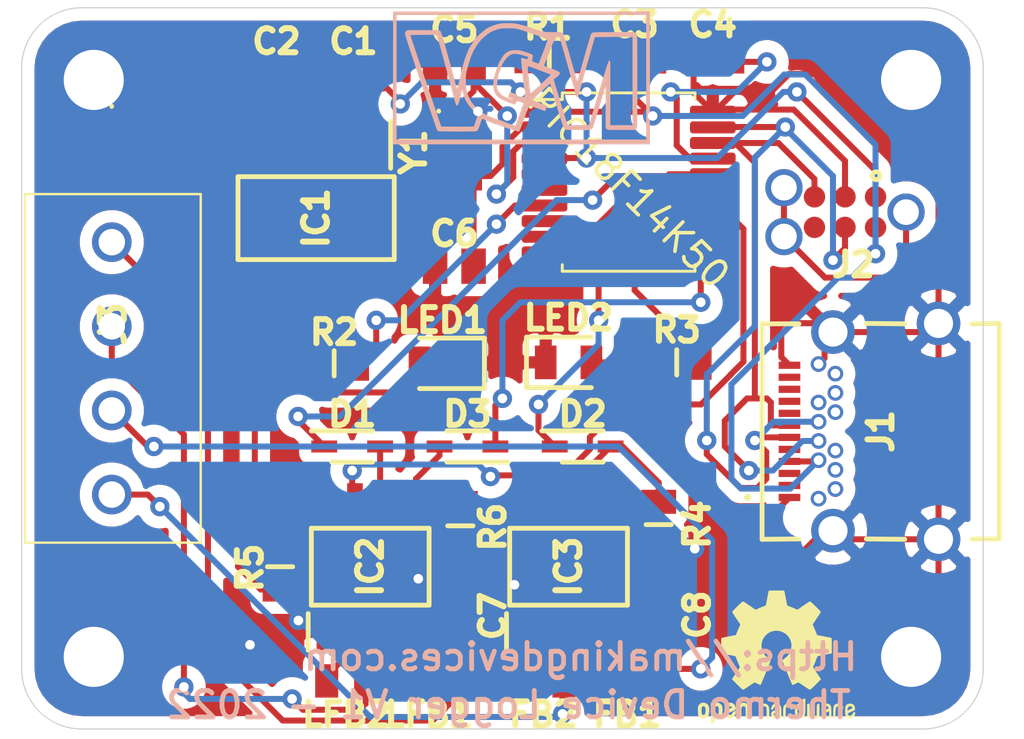
<source format=kicad_pcb>
(kicad_pcb (version 20171130) (host pcbnew "(5.1.12-1-g0a0a2da680)-1")
  (layers (0 F.Cu signal) (31 B.Cu signal) (34 B.Paste user) (35 F.Paste user) (36 B.SilkS user) (37 F.SilkS user) (38 B.Mask user) (39 F.Mask user) (44 Edge.Cuts user))
  (net 0 "")
  (net 1 GND)
  (net 2 +5V)
  (net 3 /3.3V)
  (net 4 "Net-(C4-Pad2)")
  (net 5 /Cyrstal1)
  (net 6 /Crystal2)
  (net 7 "Net-(D1-Pad2)")
  (net 8 /CS_1)
  (net 9 "Net-(D2-Pad2)")
  (net 10 /CS_2)
  (net 11 "Net-(D3-Pad2)")
  (net 12 /SCK)
  (net 13 "Net-(FB1-Pad2)")
  (net 14 "/ThermoCouple Modules/T+tcm2")
  (net 15 "Net-(FB2-Pad2)")
  (net 16 "/ThermoCouple Modules/T-tcm2")
  (net 17 "Net-(IC2-Pad8)")
  (net 18 /MISO)
  (net 19 "Net-(IC2-Pad3)")
  (net 20 "Net-(IC2-Pad2)")
  (net 21 "Net-(IC3-Pad8)")
  (net 22 "Net-(J1-PadB12)")
  (net 23 "Net-(J1-PadB11)")
  (net 24 "Net-(J1-PadB10)")
  (net 25 "Net-(J1-PadB8)")
  (net 26 /PGC)
  (net 27 /PGD)
  (net 28 "Net-(J1-PadB5)")
  (net 29 "Net-(J1-PadB4)")
  (net 30 "Net-(J1-PadB3)")
  (net 31 "Net-(J1-PadB2)")
  (net 32 "Net-(J1-PadA11)")
  (net 33 "Net-(J1-PadA10)")
  (net 34 "Net-(J1-PadA9)")
  (net 35 "Net-(J1-PadA8)")
  (net 36 "Net-(J1-PadA5)")
  (net 37 "Net-(J1-PadA3)")
  (net 38 "Net-(J1-PadA2)")
  (net 39 "Net-(J2-Pad6)")
  (net 40 /MCLR)
  (net 41 "/ThermoCouple Modules/T-tcm1")
  (net 42 "/ThermoCouple Modules/T+tcm1")
  (net 43 "Net-(LED1-Pad2)")
  (net 44 "Net-(LED2-Pad2)")
  (net 45 "Net-(R2-Pad1)")
  (net 46 "Net-(R3-Pad1)")
  (net 47 "Net-(U1-Pad12)")
  (net 48 "Net-(U1-Pad10)")
  (net 49 "Net-(U1-Pad9)")
  (net 50 "Net-(U1-Pad8)")
  (net 51 "Net-(U1-Pad6)")
  (net 52 "Net-(U1-Pad5)")
  (module Symbol:OSHW-Logo2_7.3x6mm_SilkScreen (layer F.Cu) (at 116.4 79.5)
    (fp_text reference REF** hide)
    (fp_text value OSHW-Logo2_7.3x6mm_SilkScreen hide)
  )
  (module MDV:logo_MDV_3 (layer B.Cu) (at 105.8 55.4 180)
    (fp_text reference G*** hide)
    (fp_text value LOGO hide)
  )
  (module Library_Loader:CX2520DB12000D0GPSC1 (layer F.Cu) (at 103 58.65 270)
    (fp_text reference Y1 (at -0.15 1.7 90) (layer F.SilkS) (effects (font (thickness 0.254))))
    (fp_text value 12Mhz hide)
    (pad 4 smd rect (at -0.85 -0.65) (size 1 1.2) (layers F.Cu F.Paste F.Mask) (net 1 GND))
    (pad 3 smd rect (at 0.85 -0.65) (size 1 1.2) (layers F.Cu F.Paste F.Mask) (net 6 /Crystal2))
    (pad 2 smd rect (at 0.85 0.65) (size 1 1.2) (layers F.Cu F.Paste F.Mask) (net 1 GND))
    (pad 1 smd rect (at -0.85 0.65) (size 1 1.2) (layers F.Cu F.Paste F.Mask) (net 5 /Cyrstal1))
  )
  (module Library_Loader:RESC2012X75N (layer F.Cu) (at 103.25 74.05 90)
    (fp_text reference R6 (at -0.05 1.35 90) (layer F.SilkS) (effects (font (thickness 0.254))))
    (fp_text value 10k hide)
    (pad 2 smd rect (at 0.95 0 90) (size 1 1.45) (layers F.Cu F.Paste F.Mask) (net 11 "Net-(D3-Pad2)"))
    (pad 1 smd rect (at -0.95 0 90) (size 1 1.45) (layers F.Cu F.Paste F.Mask) (net 3 /3.3V))
  )
  (module Library_Loader:RESC2012X75N (layer F.Cu) (at 95.75 75.75 90)
    (fp_text reference R5 (at -0.05 -1.25 90) (layer F.SilkS) (effects (font (thickness 0.254))))
    (fp_text value 10k hide)
    (pad 2 smd rect (at 0.95 0 90) (size 1 1.45) (layers F.Cu F.Paste F.Mask) (net 7 "Net-(D1-Pad2)"))
    (pad 1 smd rect (at -0.95 0 90) (size 1 1.45) (layers F.Cu F.Paste F.Mask) (net 3 /3.3V))
  )
  (module Library_Loader:RESC2012X75N (layer F.Cu) (at 111.5 74 90)
    (fp_text reference R4 (at 0 1.6 90) (layer F.SilkS) (effects (font (thickness 0.254))))
    (fp_text value 10k hide)
    (pad 2 smd rect (at 0.95 0 90) (size 1 1.45) (layers F.Cu F.Paste F.Mask) (net 9 "Net-(D2-Pad2)"))
    (pad 1 smd rect (at -0.95 0 90) (size 1 1.45) (layers F.Cu F.Paste F.Mask) (net 3 /3.3V))
  )
  (module Library_Loader:RESC2012X75N (layer F.Cu) (at 112.25 67.25 180)
    (fp_text reference R3 (at 0 1.35) (layer F.SilkS) (effects (font (thickness 0.254))))
    (fp_text value 220 hide)
    (pad 2 smd rect (at 0.95 0 180) (size 1 1.45) (layers F.Cu F.Paste F.Mask) (net 44 "Net-(LED2-Pad2)"))
    (pad 1 smd rect (at -0.95 0 180) (size 1 1.45) (layers F.Cu F.Paste F.Mask) (net 46 "Net-(R3-Pad1)"))
  )
  (module Library_Loader:RESC2012X75N (layer F.Cu) (at 98 67.29 180)
    (fp_text reference R2 (at 0 1.29) (layer F.SilkS) (effects (font (thickness 0.254))))
    (fp_text value 220 hide)
    (pad 2 smd rect (at 0.95 0 180) (size 1 1.45) (layers F.Cu F.Paste F.Mask) (net 43 "Net-(LED1-Pad2)"))
    (pad 1 smd rect (at -0.95 0 180) (size 1 1.45) (layers F.Cu F.Paste F.Mask) (net 45 "Net-(R2-Pad1)"))
  )
  (module Library_Loader:RESC2012X75N (layer F.Cu) (at 106.95 54.5 180)
    (fp_text reference R1 (at 0.05 1.2) (layer F.SilkS) (effects (font (thickness 0.254))))
    (fp_text value 10k hide)
    (pad 2 smd rect (at 0.95 0 180) (size 1 1.45) (layers F.Cu F.Paste F.Mask) (net 40 /MCLR))
    (pad 1 smd rect (at -0.95 0 180) (size 1 1.45) (layers F.Cu F.Paste F.Mask) (net 2 +5V))
  )
  (module Library_Loader:CAPC2012X90N (layer F.Cu) (at 98.5 80.5 180)
    (fp_text reference LFB2 (at 0 -1.4) (layer F.SilkS) (effects (font (thickness 0.254))))
    (fp_text value Ferrite hide)
    (pad 2 smd rect (at 0.81 0 180) (size 0.96 1.39) (layers F.Cu F.Paste F.Mask) (net 20 "Net-(IC2-Pad2)"))
    (pad 1 smd rect (at -0.81 0 180) (size 0.96 1.39) (layers F.Cu F.Paste F.Mask) (net 41 "/ThermoCouple Modules/T-tcm1"))
  )
  (module Library_Loader:CAPC2012X90N (layer F.Cu) (at 101.94 80.5 180)
    (fp_text reference LFB1 (at 0 -1.4) (layer F.SilkS) (effects (font (thickness 0.254))))
    (fp_text value Ferrite hide)
    (pad 2 smd rect (at 0.81 0 180) (size 0.96 1.39) (layers F.Cu F.Paste F.Mask) (net 19 "Net-(IC2-Pad3)"))
    (pad 1 smd rect (at -0.81 0 180) (size 0.96 1.39) (layers F.Cu F.Paste F.Mask) (net 42 "/ThermoCouple Modules/T+tcm1"))
  )
  (module Library_Loader:LEDC2012X90N (layer F.Cu) (at 107.75 67.25)
    (fp_text reference LED2 (at 0 -1.85) (layer F.SilkS) (effects (font (thickness 0.254))))
    (fp_text value Green hide)
    (pad 2 smd rect (at 0.95 0) (size 0.9 1.4) (layers F.Cu F.Paste F.Mask) (net 44 "Net-(LED2-Pad2)"))
    (pad 1 smd rect (at -0.95 0) (size 0.9 1.4) (layers F.Cu F.Paste F.Mask) (net 1 GND))
  )
  (module Library_Loader:LEDC2012X90N (layer F.Cu) (at 102.5 67.29 180)
    (fp_text reference LED1 (at 0 1.79) (layer F.SilkS) (effects (font (thickness 0.254))))
    (fp_text value Green hide)
    (pad 2 smd rect (at 0.95 0 180) (size 0.9 1.4) (layers F.Cu F.Paste F.Mask) (net 43 "Net-(LED1-Pad2)"))
    (pad 1 smd rect (at -0.95 0 180) (size 0.9 1.4) (layers F.Cu F.Paste F.Mask) (net 1 GND))
  )
  (module Library_Loader:1751264 (layer F.Cu) (at 88.75 62.25 270)
    (fp_text reference J3 (at 3.4 -0.05 90) (layer F.SilkS) (effects (font (thickness 0.254))))
    (fp_text value 4-terminal hide)
    (pad 4 thru_hole circle (at 10.5 0 270) (size 1.65 1.65) (drill 1.1) (layers *.Cu *.Mask) (net 16 "/ThermoCouple Modules/T-tcm2"))
    (pad 3 thru_hole circle (at 7 0 270) (size 1.65 1.65) (drill 1.1) (layers *.Cu *.Mask) (net 14 "/ThermoCouple Modules/T+tcm2"))
    (pad 2 thru_hole circle (at 3.5 0 270) (size 1.65 1.65) (drill 1.1) (layers *.Cu *.Mask) (net 41 "/ThermoCouple Modules/T-tcm1"))
    (pad 1 thru_hole circle (at 0 0 270) (size 1.65 1.65) (drill 1.1) (layers *.Cu *.Mask) (net 42 "/ThermoCouple Modules/T+tcm1"))
  )
  (module Library_Loader:TC2030-MCP-NL (layer F.Cu) (at 119.25 61 180)
    (fp_text reference J2 (at -0.343 -2.183) (layer F.SilkS) (effects (font (thickness 0.254))))
    (fp_text value TC2030-MCP-NL hide)
    (pad 9 thru_hole circle (at 2.54 1.016 180) (size 1.55 1.55) (drill 1.0668) (layers *.Cu *.Mask))
    (pad 8 thru_hole circle (at 2.54 -1.016 180) (size 1.55 1.55) (drill 1.0668) (layers *.Cu *.Mask))
    (pad 7 thru_hole circle (at -2.54 0 180) (size 1.55 1.55) (drill 1.0668) (layers *.Cu *.Mask))
    (pad 6 smd circle (at 1.27 -0.635 270) (size 0.889 0.889) (layers F.Cu F.Paste F.Mask) (net 39 "Net-(J2-Pad6)"))
    (pad 5 smd circle (at 1.27 0.635 270) (size 0.889 0.889) (layers F.Cu F.Paste F.Mask) (net 26 /PGC))
    (pad 4 smd circle (at 0 -0.635 270) (size 0.889 0.889) (layers F.Cu F.Paste F.Mask) (net 27 /PGD))
    (pad 3 smd circle (at 0 0.635 270) (size 0.889 0.889) (layers F.Cu F.Paste F.Mask) (net 1 GND))
    (pad 2 smd circle (at -1.27 -0.635 270) (size 0.889 0.889) (layers F.Cu F.Paste F.Mask) (net 2 +5V))
    (pad 1 smd circle (at -1.27 0.635 270) (size 0.889 0.889) (layers F.Cu F.Paste F.Mask) (net 40 /MCLR))
  )
  (module Library_Loader:2171830001 (layer F.Cu) (at 120.735 70.12 90)
    (fp_text reference J1 (at 0 0 90) (layer F.SilkS) (effects (font (thickness 0.254))))
    (fp_text value "Type - C" hide)
    (pad MH6 np_thru_hole circle (at -3.6 -3.235 90) (size 0.65 0) (drill 0.65) (layers *.Cu *.Mask))
    (pad MH5 np_thru_hole circle (at 3.6 -3.235 90) (size 1.15 0) (drill 1.15) (layers *.Cu *.Mask))
    (pad MH4 thru_hole circle (at 4.13 -1.985 90) (size 1.815 1.815) (drill 1.21) (layers *.Cu *.Mask) (net 1 GND))
    (pad MH3 thru_hole circle (at 4.49 2.405 90) (size 1.815 1.815) (drill 1.21) (layers *.Cu *.Mask) (net 1 GND))
    (pad MH2 thru_hole circle (at -4.49 2.405 90) (size 1.815 1.815) (drill 1.21) (layers *.Cu *.Mask) (net 1 GND))
    (pad MH1 thru_hole circle (at -4.13 -1.985 90) (size 1.815 1.815) (drill 1.21) (layers *.Cu *.Mask) (net 1 GND))
    (pad B12 thru_hole circle (at -2.8 -2.585 90) (size 0.65 0.65) (drill 0.4) (layers *.Cu *.Mask) (net 22 "Net-(J1-PadB12)"))
    (pad B11 thru_hole circle (at -2.4 -1.885 90) (size 0.65 0.65) (drill 0.4) (layers *.Cu *.Mask) (net 23 "Net-(J1-PadB11)"))
    (pad B10 thru_hole circle (at -1.6 -1.885 90) (size 0.65 0.65) (drill 0.4) (layers *.Cu *.Mask) (net 24 "Net-(J1-PadB10)"))
    (pad B9 thru_hole circle (at -1.2 -2.585 90) (size 0.65 0.65) (drill 0.4) (layers *.Cu *.Mask) (net 2 +5V))
    (pad B8 thru_hole circle (at -0.8 -1.885 90) (size 0.65 0.65) (drill 0.4) (layers *.Cu *.Mask) (net 25 "Net-(J1-PadB8)"))
    (pad B7 thru_hole circle (at -0.4 -2.585 90) (size 0.65 0.65) (drill 0.4) (layers *.Cu *.Mask) (net 26 /PGC))
    (pad B6 thru_hole circle (at 0.4 -2.585 90) (size 0.65 0.65) (drill 0.4) (layers *.Cu *.Mask) (net 27 /PGD))
    (pad B5 thru_hole circle (at 0.8 -1.885 90) (size 0.65 0.65) (drill 0.4) (layers *.Cu *.Mask) (net 28 "Net-(J1-PadB5)"))
    (pad B4 thru_hole circle (at 1.2 -2.585 90) (size 0.65 0.65) (drill 0.4) (layers *.Cu *.Mask) (net 29 "Net-(J1-PadB4)"))
    (pad B3 thru_hole circle (at 1.6 -1.885 90) (size 0.65 0.65) (drill 0.4) (layers *.Cu *.Mask) (net 30 "Net-(J1-PadB3)"))
    (pad B2 thru_hole circle (at 2.4 -1.885 90) (size 0.65 0.65) (drill 0.4) (layers *.Cu *.Mask) (net 31 "Net-(J1-PadB2)"))
    (pad B1 thru_hole circle (at 2.8 -2.585 90) (size 0.65 0.65) (drill 0.4) (layers *.Cu *.Mask) (net 1 GND))
    (pad A12 smd rect (at 2.75 -3.795 90) (size 0.3 0.9) (layers F.Cu F.Paste F.Mask) (net 1 GND))
    (pad A11 smd rect (at 2.25 -3.795 90) (size 0.3 0.9) (layers F.Cu F.Paste F.Mask) (net 32 "Net-(J1-PadA11)"))
    (pad A10 smd rect (at 1.75 -3.795 90) (size 0.3 0.9) (layers F.Cu F.Paste F.Mask) (net 33 "Net-(J1-PadA10)"))
    (pad A9 smd rect (at 1.25 -3.795 90) (size 0.3 0.9) (layers F.Cu F.Paste F.Mask) (net 34 "Net-(J1-PadA9)"))
    (pad A8 smd rect (at 0.75 -3.795 90) (size 0.3 0.9) (layers F.Cu F.Paste F.Mask) (net 35 "Net-(J1-PadA8)"))
    (pad A7 smd rect (at 0.25 -3.795 90) (size 0.3 0.9) (layers F.Cu F.Paste F.Mask) (net 26 /PGC))
    (pad A6 smd rect (at -0.25 -3.795 90) (size 0.3 0.9) (layers F.Cu F.Paste F.Mask) (net 27 /PGD))
    (pad A5 smd rect (at -0.75 -3.795 90) (size 0.3 0.9) (layers F.Cu F.Paste F.Mask) (net 36 "Net-(J1-PadA5)"))
    (pad A4 smd rect (at -1.25 -3.795 90) (size 0.3 0.9) (layers F.Cu F.Paste F.Mask) (net 2 +5V))
    (pad A3 smd rect (at -1.75 -3.795 90) (size 0.3 0.9) (layers F.Cu F.Paste F.Mask) (net 37 "Net-(J1-PadA3)"))
    (pad A2 smd rect (at -2.25 -3.795 90) (size 0.3 0.9) (layers F.Cu F.Paste F.Mask) (net 38 "Net-(J1-PadA2)"))
    (pad A1 smd rect (at -2.75 -3.795 90) (size 0.3 0.9) (layers F.Cu F.Paste F.Mask) (net 1 GND))
  )
  (module Library_Loader:SOIC127P600X175-8N (layer F.Cu) (at 107.75 75.75 90)
    (fp_text reference IC3 (at 0 0 90) (layer F.SilkS) (effects (font (thickness 0.254))))
    (fp_text value MAX31855KASA+ hide)
    (pad 8 smd rect (at 2.712 -1.905 180) (size 0.65 1.525) (layers F.Cu F.Paste F.Mask) (net 21 "Net-(IC3-Pad8)"))
    (pad 7 smd rect (at 2.712 -0.635 180) (size 0.65 1.525) (layers F.Cu F.Paste F.Mask) (net 18 /MISO))
    (pad 6 smd rect (at 2.712 0.635 180) (size 0.65 1.525) (layers F.Cu F.Paste F.Mask) (net 9 "Net-(D2-Pad2)"))
    (pad 5 smd rect (at 2.712 1.905 180) (size 0.65 1.525) (layers F.Cu F.Paste F.Mask) (net 11 "Net-(D3-Pad2)"))
    (pad 4 smd rect (at -2.712 1.905 180) (size 0.65 1.525) (layers F.Cu F.Paste F.Mask) (net 3 /3.3V))
    (pad 3 smd rect (at -2.712 0.635 180) (size 0.65 1.525) (layers F.Cu F.Paste F.Mask) (net 13 "Net-(FB1-Pad2)"))
    (pad 2 smd rect (at -2.712 -0.635 180) (size 0.65 1.525) (layers F.Cu F.Paste F.Mask) (net 15 "Net-(FB2-Pad2)"))
    (pad 1 smd rect (at -2.712 -1.905 180) (size 0.65 1.525) (layers F.Cu F.Paste F.Mask) (net 1 GND))
  )
  (module Library_Loader:SOIC127P600X175-8N (layer F.Cu) (at 99.5 75.75 90)
    (fp_text reference IC2 (at 0 0 90) (layer F.SilkS) (effects (font (thickness 0.254))))
    (fp_text value MAX31855KASA+ hide)
    (pad 8 smd rect (at 2.712 -1.905 180) (size 0.65 1.525) (layers F.Cu F.Paste F.Mask) (net 17 "Net-(IC2-Pad8)"))
    (pad 7 smd rect (at 2.712 -0.635 180) (size 0.65 1.525) (layers F.Cu F.Paste F.Mask) (net 18 /MISO))
    (pad 6 smd rect (at 2.712 0.635 180) (size 0.65 1.525) (layers F.Cu F.Paste F.Mask) (net 7 "Net-(D1-Pad2)"))
    (pad 5 smd rect (at 2.712 1.905 180) (size 0.65 1.525) (layers F.Cu F.Paste F.Mask) (net 11 "Net-(D3-Pad2)"))
    (pad 4 smd rect (at -2.712 1.905 180) (size 0.65 1.525) (layers F.Cu F.Paste F.Mask) (net 3 /3.3V))
    (pad 3 smd rect (at -2.712 0.635 180) (size 0.65 1.525) (layers F.Cu F.Paste F.Mask) (net 19 "Net-(IC2-Pad3)"))
    (pad 2 smd rect (at -2.712 -0.635 180) (size 0.65 1.525) (layers F.Cu F.Paste F.Mask) (net 20 "Net-(IC2-Pad2)"))
    (pad 1 smd rect (at -2.712 -1.905 180) (size 0.65 1.525) (layers F.Cu F.Paste F.Mask) (net 1 GND))
  )
  (module Library_Loader:SOT230P700X180-4N (layer F.Cu) (at 97.25 61.25 270)
    (fp_text reference IC1 (at 0 0 90) (layer F.SilkS) (effects (font (thickness 0.254))))
    (fp_text value TC1108-3.3VDBTR hide)
    (pad 4 smd rect (at 3.05 0 270) (size 1.95 3.2) (layers F.Cu F.Paste F.Mask) (net 1 GND))
    (pad 3 smd rect (at -3.05 2.3) (size 0.9 1.95) (layers F.Cu F.Paste F.Mask) (net 3 /3.3V))
    (pad 2 smd rect (at -3.05 0) (size 0.9 1.95) (layers F.Cu F.Paste F.Mask) (net 1 GND))
    (pad 1 smd rect (at -3.05 -2.3) (size 0.9 1.95) (layers F.Cu F.Paste F.Mask) (net 2 +5V))
  )
  (module Library_Loader:CAPC2012X90N (layer F.Cu) (at 106.75 80.5 180)
    (fp_text reference FB2 (at 0.05 -1.4) (layer F.SilkS) (effects (font (thickness 0.254))))
    (fp_text value 742792005 hide)
    (pad 2 smd rect (at 0.81 0 180) (size 0.96 1.39) (layers F.Cu F.Paste F.Mask) (net 15 "Net-(FB2-Pad2)"))
    (pad 1 smd rect (at -0.81 0 180) (size 0.96 1.39) (layers F.Cu F.Paste F.Mask) (net 16 "/ThermoCouple Modules/T-tcm2"))
  )
  (module Library_Loader:CAPC2012X90N (layer F.Cu) (at 110.19 80.5 180)
    (fp_text reference FB1 (at 0 -1.4) (layer F.SilkS) (effects (font (thickness 0.254))))
    (fp_text value 742792005 hide)
    (pad 2 smd rect (at 0.81 0 180) (size 0.96 1.39) (layers F.Cu F.Paste F.Mask) (net 13 "Net-(FB1-Pad2)"))
    (pad 1 smd rect (at -0.81 0 180) (size 0.96 1.39) (layers F.Cu F.Paste F.Mask) (net 14 "/ThermoCouple Modules/T+tcm2"))
  )
  (module Library_Loader:SOD2513X120N (layer F.Cu) (at 103.544 70.75 180)
    (fp_text reference D3 (at 0 1.35) (layer F.SilkS) (effects (font (thickness 0.254))))
    (fp_text value ZLLS410TA hide)
    (pad 2 smd rect (at 1.162 0 270) (size 0.5 1.075) (layers F.Cu F.Paste F.Mask) (net 11 "Net-(D3-Pad2)"))
    (pad 1 smd rect (at -1.162 0 270) (size 0.5 1.075) (layers F.Cu F.Paste F.Mask) (net 12 /SCK))
  )
  (module Library_Loader:SOD2513X120N (layer F.Cu) (at 108.338 70.75)
    (fp_text reference D2 (at 0 -1.35) (layer F.SilkS) (effects (font (thickness 0.254))))
    (fp_text value ZLLS410TA hide)
    (pad 2 smd rect (at 1.162 0 90) (size 0.5 1.075) (layers F.Cu F.Paste F.Mask) (net 9 "Net-(D2-Pad2)"))
    (pad 1 smd rect (at -1.162 0 90) (size 0.5 1.075) (layers F.Cu F.Paste F.Mask) (net 10 /CS_2))
  )
  (module Library_Loader:SOD2513X120N (layer F.Cu) (at 98.75 70.75)
    (fp_text reference D1 (at 0 -1.35) (layer F.SilkS) (effects (font (thickness 0.254))))
    (fp_text value ZLLS410TA hide)
    (pad 2 smd rect (at 1.162 0 90) (size 0.5 1.075) (layers F.Cu F.Paste F.Mask) (net 7 "Net-(D1-Pad2)"))
    (pad 1 smd rect (at -1.162 0 90) (size 0.5 1.075) (layers F.Cu F.Paste F.Mask) (net 8 /CS_1))
  )
  (module Library_Loader:CAPC2012X140N (layer F.Cu) (at 111.5 77.75 270)
    (fp_text reference C8 (at 0 -1.6 90) (layer F.SilkS) (effects (font (thickness 0.254))))
    (fp_text value 100nF hide)
    (pad 2 smd rect (at 0.8 0 270) (size 1.02 1.47) (layers F.Cu F.Paste F.Mask) (net 3 /3.3V))
    (pad 1 smd rect (at -0.8 0 270) (size 1.02 1.47) (layers F.Cu F.Paste F.Mask) (net 1 GND))
  )
  (module Library_Loader:CAPC2012X140N (layer F.Cu) (at 103.25 77.8 270)
    (fp_text reference C7 (at 0 -1.35 90) (layer F.SilkS) (effects (font (thickness 0.254))))
    (fp_text value 100nF hide)
    (pad 2 smd rect (at 0.8 0 270) (size 1.02 1.47) (layers F.Cu F.Paste F.Mask) (net 3 /3.3V))
    (pad 1 smd rect (at -0.8 0 270) (size 1.02 1.47) (layers F.Cu F.Paste F.Mask) (net 1 GND))
  )
  (module Library_Loader:CAPC2012X140N (layer F.Cu) (at 103 63.25)
    (fp_text reference C6 (at 0 -1.35) (layer F.SilkS) (effects (font (thickness 0.254))))
    (fp_text value 22pF hide)
    (pad 2 smd rect (at 0.8 0) (size 1.02 1.47) (layers F.Cu F.Paste F.Mask) (net 6 /Crystal2))
    (pad 1 smd rect (at -0.8 0) (size 1.02 1.47) (layers F.Cu F.Paste F.Mask) (net 1 GND))
  )
  (module Library_Loader:CAPC2012X140N (layer F.Cu) (at 103 54.75 180)
    (fp_text reference C5 (at 0 1.35) (layer F.SilkS) (effects (font (thickness 0.254))))
    (fp_text value 22pF hide)
    (pad 2 smd rect (at 0.8 0 180) (size 1.02 1.47) (layers F.Cu F.Paste F.Mask) (net 1 GND))
    (pad 1 smd rect (at -0.8 0 180) (size 1.02 1.47) (layers F.Cu F.Paste F.Mask) (net 5 /Cyrstal1))
  )
  (module Library_Loader:CAPC2012X140N (layer F.Cu) (at 113.75 54.5)
    (fp_text reference C4 (at 0 -1.3) (layer F.SilkS) (effects (font (thickness 0.254))))
    (fp_text value 1uF hide)
    (pad 2 smd rect (at 0.8 0) (size 1.02 1.47) (layers F.Cu F.Paste F.Mask) (net 4 "Net-(C4-Pad2)"))
    (pad 1 smd rect (at -0.8 0) (size 1.02 1.47) (layers F.Cu F.Paste F.Mask) (net 1 GND))
  )
  (module Library_Loader:CAPC2012X140N (layer F.Cu) (at 110.5 54.5 180)
    (fp_text reference C3 (at 0 1.3) (layer F.SilkS) (effects (font (thickness 0.254))))
    (fp_text value 1uF hide)
    (pad 2 smd rect (at 0.8 0 180) (size 1.02 1.47) (layers F.Cu F.Paste F.Mask) (net 2 +5V))
    (pad 1 smd rect (at -0.8 0 180) (size 1.02 1.47) (layers F.Cu F.Paste F.Mask) (net 1 GND))
  )
  (module Library_Loader:CAPC2012X140N (layer F.Cu) (at 95.55 55.25)
    (fp_text reference C2 (at 0.05 -1.35) (layer F.SilkS) (effects (font (thickness 0.254))))
    (fp_text value 1uF hide)
    (pad 2 smd rect (at 0.8 0) (size 1.02 1.47) (layers F.Cu F.Paste F.Mask) (net 1 GND))
    (pad 1 smd rect (at -0.8 0) (size 1.02 1.47) (layers F.Cu F.Paste F.Mask) (net 3 /3.3V))
  )
  (module Library_Loader:CAPC2012X140N (layer F.Cu) (at 98.8 55.25 180)
    (fp_text reference C1 (at 0 1.35) (layer F.SilkS) (effects (font (thickness 0.254))))
    (fp_text value 1uF hide)
    (pad 2 smd rect (at 0.8 0 180) (size 1.02 1.47) (layers F.Cu F.Paste F.Mask) (net 1 GND))
    (pad 1 smd rect (at -0.8 0 180) (size 1.02 1.47) (layers F.Cu F.Paste F.Mask) (net 2 +5V))
  )
  (module Package_SO:SSOP-20_5.3x7.2mm_P0.65mm (layer F.Cu) (at 110.25 59.75)
    (fp_text reference U1 hide)
    (fp_text value PIC18F14K50 (at 0 0.25 135) (layer F.SilkS) (effects (font (size 1.1 1.1))))
    (pad 20 smd roundrect (at 3.5 -2.925) (size 1.9 0.5) (layers F.Cu F.Paste F.Mask) (net 1 GND))
    (pad 19 smd roundrect (at 3.5 -2.275) (size 1.9 0.5) (layers F.Cu F.Paste F.Mask) (net 27 /PGD))
    (pad 18 smd roundrect (at 3.5 -1.625) (size 1.9 0.5) (layers F.Cu F.Paste F.Mask) (net 26 /PGC))
    (pad 17 smd roundrect (at 3.5 -0.975) (size 1.9 0.5) (layers F.Cu F.Paste F.Mask) (net 4 "Net-(C4-Pad2)"))
    (pad 16 smd roundrect (at 3.5 -0.325) (size 1.9 0.5) (layers F.Cu F.Paste F.Mask) (net 8 /CS_1))
    (pad 15 smd roundrect (at 3.5 0.325) (size 1.9 0.5) (layers F.Cu F.Paste F.Mask) (net 10 /CS_2))
    (pad 14 smd roundrect (at 3.5 0.975) (size 1.9 0.5) (layers F.Cu F.Paste F.Mask) (net 46 "Net-(R3-Pad1)"))
    (pad 13 smd roundrect (at 3.5 1.625) (size 1.9 0.5) (layers F.Cu F.Paste F.Mask) (net 18 /MISO))
    (pad 12 smd roundrect (at 3.5 2.275) (size 1.9 0.5) (layers F.Cu F.Paste F.Mask) (net 47 "Net-(U1-Pad12)"))
    (pad 11 smd roundrect (at 3.5 2.925) (size 1.9 0.5) (layers F.Cu F.Paste F.Mask) (net 12 /SCK))
    (pad 10 smd roundrect (at -3.5 2.925) (size 1.9 0.5) (layers F.Cu F.Paste F.Mask) (net 48 "Net-(U1-Pad10)"))
    (pad 9 smd roundrect (at -3.5 2.275) (size 1.9 0.5) (layers F.Cu F.Paste F.Mask) (net 49 "Net-(U1-Pad9)"))
    (pad 8 smd roundrect (at -3.5 1.625) (size 1.9 0.5) (layers F.Cu F.Paste F.Mask) (net 50 "Net-(U1-Pad8)"))
    (pad 7 smd roundrect (at -3.5 0.975) (size 1.9 0.5) (layers F.Cu F.Paste F.Mask) (net 45 "Net-(R2-Pad1)"))
    (pad 6 smd roundrect (at -3.5 0.325) (size 1.9 0.5) (layers F.Cu F.Paste F.Mask) (net 51 "Net-(U1-Pad6)"))
    (pad 5 smd roundrect (at -3.5 -0.325) (size 1.9 0.5) (layers F.Cu F.Paste F.Mask) (net 52 "Net-(U1-Pad5)"))
    (pad 4 smd roundrect (at -3.5 -0.975) (size 1.9 0.5) (layers F.Cu F.Paste F.Mask) (net 40 /MCLR))
    (pad 3 smd roundrect (at -3.5 -1.625) (size 1.9 0.5) (layers F.Cu F.Paste F.Mask) (net 5 /Cyrstal1))
    (pad 2 smd roundrect (at -3.5 -2.275) (size 1.9 0.5) (layers F.Cu F.Paste F.Mask) (net 6 /Crystal2))
    (pad 1 smd roundrect (at -3.5 -2.925) (size 1.9 0.5) (layers F.Cu F.Paste F.Mask) (net 2 +5V))
  )
  (gr_text Https://makingdevices.com (at 108.25 79.5) (layer B.SilkS) (effects (font (size 1.1 1.1) (thickness 0.2)) (justify mirror)))
  (gr_text "Thermo Device Logger V1 - 2022" (at 105.25 81.5) (layer B.SilkS) (effects (font (size 1.1 1.1) (thickness 0.2)) (justify mirror)))
  (gr_arc (start 87.5 55) (end 87.5 52.5) (angle -90) (layer Edge.Cuts) (width 0.05))
  (gr_arc (start 87.5 80) (end 85 80) (angle -90) (layer Edge.Cuts) (width 0.05))
  (gr_arc (start 122.5 80) (end 122.5 82.5) (angle -90) (layer Edge.Cuts) (width 0.05))
  (gr_arc (start 122.5 55) (end 125 55) (angle -90) (layer Edge.Cuts) (width 0.05))
  (gr_line (start 87.5 82.5) (end 122.5 82.5) (layer Edge.Cuts) (width 0.05))
  (gr_line (start 85 55) (end 85 80) (layer Edge.Cuts) (width 0.05))
  (gr_line (start 125 55) (end 125 80) (layer Edge.Cuts) (width 0.05))
  (gr_line (start 87.5 52.5) (end 122.5 52.5) (layer Edge.Cuts) (width 0.05))
  (segment (start 116.71 59.984) (end 116.71 62.016) (width 0.25) (layer F.Cu) (net 0))
  (segment (start 118.419001 63.725001) (end 121.524999 63.725001) (width 0.25) (layer F.Cu) (net 0))
  (segment (start 116.71 62.016) (end 118.419001 63.725001) (width 0.25) (layer F.Cu) (net 0))
  (segment (start 121.79 63.46) (end 121.79 61) (width 0.25) (layer F.Cu) (net 0))
  (segment (start 121.524999 63.725001) (end 121.79 63.46) (width 0.25) (layer F.Cu) (net 0))
  (via (at 122 55.5) (size 3.75) (drill 2.5) (layers F.Cu B.Cu) (net 1))
  (via (at 122 79.5) (size 3.75) (drill 2.5) (layers F.Cu B.Cu) (net 1))
  (via (at 88 79.5) (size 3.75) (drill 2.5) (layers F.Cu B.Cu) (net 1))
  (via (at 88 55.5) (size 3.75) (drill 2.5) (layers F.Cu B.Cu) (net 1))
  (segment (start 113.840165 56.734835) (end 113.75 56.825) (width 0.25) (layer F.Cu) (net 1))
  (segment (start 117.115416 56.734835) (end 113.840165 56.734835) (width 0.25) (layer F.Cu) (net 1))
  (segment (start 119.25 58.869419) (end 117.115416 56.734835) (width 0.25) (layer F.Cu) (net 1))
  (segment (start 119.25 60.365) (end 119.25 58.869419) (width 0.25) (layer F.Cu) (net 1))
  (segment (start 112.95 56.025) (end 113.75 56.825) (width 0.25) (layer F.Cu) (net 1))
  (segment (start 112.95 54.5) (end 112.95 56.025) (width 0.25) (layer F.Cu) (net 1))
  (segment (start 111.3 54.5) (end 112.95 54.5) (width 0.25) (layer F.Cu) (net 1))
  (segment (start 118.400001 66.087999) (end 118.400001 67.069999) (width 0.25) (layer F.Cu) (net 1))
  (segment (start 117.932001 65.619999) (end 118.400001 66.087999) (width 0.25) (layer F.Cu) (net 1))
  (segment (start 116.599999 66.087999) (end 117.067999 65.619999) (width 0.25) (layer F.Cu) (net 1))
  (segment (start 117.067999 65.619999) (end 117.932001 65.619999) (width 0.25) (layer F.Cu) (net 1))
  (segment (start 116.599999 67.029999) (end 116.599999 66.087999) (width 0.25) (layer F.Cu) (net 1))
  (segment (start 118.400001 67.069999) (end 118.15 67.32) (width 0.25) (layer F.Cu) (net 1))
  (segment (start 116.94 67.37) (end 116.599999 67.029999) (width 0.25) (layer F.Cu) (net 1))
  (segment (start 122.78 65.99) (end 123.14 65.63) (width 0.25) (layer F.Cu) (net 1))
  (segment (start 118.75 65.99) (end 122.78 65.99) (width 0.25) (layer F.Cu) (net 1))
  (segment (start 102.2 63.019998) (end 102.2 63.25) (width 0.25) (layer F.Cu) (net 1))
  (segment (start 111.3 53.515) (end 111.224999 53.439999) (width 0.25) (layer F.Cu) (net 1))
  (segment (start 111.3 54.5) (end 111.3 53.515) (width 0.25) (layer F.Cu) (net 1))
  (segment (start 102.2 54.269998) (end 102.2 54.75) (width 0.25) (layer F.Cu) (net 1))
  (segment (start 98 54.265) (end 98 55.25) (width 0.25) (layer F.Cu) (net 1))
  (segment (start 98.075001 54.189999) (end 98 54.265) (width 0.25) (layer F.Cu) (net 1))
  (segment (start 96.35 55.25) (end 98 55.25) (width 0.25) (layer F.Cu) (net 1))
  (segment (start 98 55.25) (end 98 54.5) (width 0.25) (layer F.Cu) (net 1))
  (segment (start 98 54.5) (end 98.25 54.25) (width 0.25) (layer F.Cu) (net 1))
  (segment (start 98 57.45) (end 97.25 58.2) (width 0.25) (layer F.Cu) (net 1))
  (segment (start 98 55.25) (end 98 57.45) (width 0.25) (layer F.Cu) (net 1))
  (segment (start 96.35 55.25) (end 96.35 54.6) (width 0.25) (layer F.Cu) (net 1))
  (segment (start 96.35 54.6) (end 95.5 53.75) (width 0.25) (layer F.Cu) (net 1))
  (segment (start 89.75 53.75) (end 88 55.5) (width 0.25) (layer F.Cu) (net 1))
  (segment (start 95.5 53.75) (end 89.75 53.75) (width 0.25) (layer F.Cu) (net 1))
  (segment (start 98.3 63.25) (end 97.25 64.3) (width 0.25) (layer F.Cu) (net 1))
  (segment (start 102.2 63.25) (end 98.3 63.25) (width 0.25) (layer F.Cu) (net 1))
  (segment (start 102.2 66.04) (end 102.2 63.25) (width 0.25) (layer F.Cu) (net 1))
  (segment (start 103.45 67.29) (end 102.2 66.04) (width 0.25) (layer F.Cu) (net 1))
  (segment (start 106.76 67.29) (end 106.8 67.25) (width 0.25) (layer F.Cu) (net 1))
  (segment (start 103.45 67.29) (end 106.76 67.29) (width 0.25) (layer F.Cu) (net 1))
  (segment (start 111.5 76.95) (end 112.86 76.95) (width 0.25) (layer F.Cu) (net 1))
  (via (at 96.512653 77.987347) (size 0.8) (drill 0.4) (layers F.Cu B.Cu) (net 1))
  (segment (start 96.987306 78.462) (end 96.512653 77.987347) (width 0.25) (layer F.Cu) (net 1))
  (segment (start 97.595 78.462) (end 96.987306 78.462) (width 0.25) (layer F.Cu) (net 1))
  (segment (start 96.512653 77.987347) (end 98.25 76.25) (width 0.25) (layer B.Cu) (net 1))
  (via (at 101.5 76.25) (size 0.8) (drill 0.4) (layers F.Cu B.Cu) (net 1))
  (segment (start 98.25 76.25) (end 101.5 76.25) (width 0.25) (layer B.Cu) (net 1))
  (segment (start 102.5 76.25) (end 103.25 77) (width 0.25) (layer F.Cu) (net 1))
  (segment (start 101.5 76.25) (end 102.5 76.25) (width 0.25) (layer F.Cu) (net 1))
  (segment (start 101.5 76.25) (end 105.25 76.25) (width 0.25) (layer B.Cu) (net 1))
  (via (at 105.5 76.5) (size 0.8) (drill 0.4) (layers F.Cu B.Cu) (net 1))
  (segment (start 105.25 76.25) (end 105.5 76.5) (width 0.25) (layer B.Cu) (net 1))
  (segment (start 105.5 78.117) (end 105.845 78.462) (width 0.25) (layer F.Cu) (net 1))
  (segment (start 105.5 76.5) (end 105.5 78.117) (width 0.25) (layer F.Cu) (net 1))
  (segment (start 105.5 76.5) (end 106.5 76.5) (width 0.25) (layer B.Cu) (net 1))
  (segment (start 106.5 76.5) (end 108 75) (width 0.25) (layer B.Cu) (net 1))
  (segment (start 108 75) (end 108.75 75) (width 0.25) (layer B.Cu) (net 1))
  (segment (start 108.75 75) (end 113 75) (width 0.25) (layer B.Cu) (net 1))
  (via (at 113 75) (size 0.8) (drill 0.4) (layers F.Cu B.Cu) (net 1))
  (segment (start 113 75.45) (end 111.5 76.95) (width 0.25) (layer F.Cu) (net 1))
  (segment (start 113 75) (end 113 75.45) (width 0.25) (layer F.Cu) (net 1))
  (segment (start 123.14 65.63) (end 123.14 74.61) (width 0.25) (layer F.Cu) (net 1))
  (segment (start 119.11 74.61) (end 118.75 74.25) (width 0.25) (layer F.Cu) (net 1))
  (segment (start 123.14 74.61) (end 119.11 74.61) (width 0.25) (layer F.Cu) (net 1))
  (segment (start 118.368 74.25) (end 116.618 76) (width 0.25) (layer F.Cu) (net 1))
  (segment (start 118.75 74.25) (end 118.368 74.25) (width 0.25) (layer F.Cu) (net 1))
  (segment (start 115.5 76) (end 114.655 75.155) (width 0.25) (layer F.Cu) (net 1))
  (segment (start 114.655 75.155) (end 116.94 72.87) (width 0.25) (layer F.Cu) (net 1))
  (segment (start 116.618 76) (end 115.5 76) (width 0.25) (layer F.Cu) (net 1))
  (segment (start 112.86 76.95) (end 114.655 75.155) (width 0.25) (layer F.Cu) (net 1))
  (segment (start 123.14 78.36) (end 122 79.5) (width 0.25) (layer F.Cu) (net 1))
  (segment (start 123.14 74.61) (end 123.14 78.36) (width 0.25) (layer F.Cu) (net 1))
  (segment (start 111.224999 53.439999) (end 103.029999 53.439999) (width 0.25) (layer F.Cu) (net 1))
  (segment (start 102.2 54.75) (end 101.639999 54.189999) (width 0.25) (layer F.Cu) (net 1))
  (segment (start 101.639999 54.189999) (end 98.075001 54.189999) (width 0.25) (layer F.Cu) (net 1))
  (segment (start 103.029999 53.439999) (end 102.2 54.269998) (width 0.25) (layer F.Cu) (net 1))
  (segment (start 102.35 63.1) (end 102.2 63.25) (width 0.25) (layer F.Cu) (net 1))
  (segment (start 102.35 59.5) (end 102.35 63.1) (width 0.25) (layer F.Cu) (net 1))
  (segment (start 113.825 56.825) (end 114.65 56) (width 0.25) (layer F.Cu) (net 1))
  (segment (start 113.75 56.825) (end 113.825 56.825) (width 0.25) (layer F.Cu) (net 1))
  (segment (start 116.176998 56) (end 116.926998 55.25) (width 0.25) (layer F.Cu) (net 1))
  (segment (start 114.65 56) (end 116.176998 56) (width 0.25) (layer F.Cu) (net 1))
  (segment (start 121.75 55.25) (end 122 55.5) (width 0.25) (layer F.Cu) (net 1))
  (segment (start 116.926998 55.25) (end 121.75 55.25) (width 0.25) (layer F.Cu) (net 1))
  (segment (start 122 55.5) (end 122 58) (width 0.25) (layer F.Cu) (net 1))
  (segment (start 123.14 59.14) (end 123.14 65.63) (width 0.25) (layer F.Cu) (net 1))
  (segment (start 122 58) (end 123.14 59.14) (width 0.25) (layer F.Cu) (net 1))
  (segment (start 88 79.5) (end 94 79.5) (width 0.25) (layer B.Cu) (net 1))
  (via (at 94.5 79) (size 0.8) (drill 0.4) (layers F.Cu B.Cu) (net 1))
  (segment (start 94 79.5) (end 94.5 79) (width 0.25) (layer B.Cu) (net 1))
  (segment (start 95.5 79) (end 96.512653 77.987347) (width 0.25) (layer F.Cu) (net 1))
  (segment (start 94.5 79) (end 95.5 79) (width 0.25) (layer F.Cu) (net 1))
  (segment (start 103.65 57.4) (end 103.85 57.4) (width 0.25) (layer F.Cu) (net 1))
  (segment (start 103.65 57.8) (end 103.65 57.55) (width 0.25) (layer F.Cu) (net 1))
  (via (at 103.982499 56.807805) (size 0.8) (drill 0.4) (layers F.Cu B.Cu) (net 1))
  (segment (start 103.65 57.140304) (end 103.982499 56.807805) (width 0.25) (layer F.Cu) (net 1))
  (segment (start 103.65 57.8) (end 103.65 57.140304) (width 0.25) (layer F.Cu) (net 1))
  (segment (start 103.874694 56.7) (end 103.5 56.7) (width 0.25) (layer B.Cu) (net 1))
  (segment (start 103.982499 56.807805) (end 103.874694 56.7) (width 0.25) (layer B.Cu) (net 1))
  (segment (start 103.5 56.7) (end 103 56.7) (width 0.25) (layer B.Cu) (net 1))
  (segment (start 104.5 56.7) (end 103.5 56.7) (width 0.25) (layer B.Cu) (net 1))
  (segment (start 120.52 61.635) (end 120.52 62.73) (width 0.25) (layer F.Cu) (net 2))
  (via (at 120.52 62.73) (size 0.8) (drill 0.4) (layers F.Cu B.Cu) (net 2))
  (segment (start 117.598001 55.274999) (end 116.725001 55.274999) (width 0.25) (layer B.Cu) (net 2))
  (segment (start 120.52 58.196998) (end 117.598001 55.274999) (width 0.25) (layer B.Cu) (net 2))
  (segment (start 120.52 62.73) (end 120.52 58.196998) (width 0.25) (layer B.Cu) (net 2))
  (segment (start 116.725001 55.274999) (end 115 57) (width 0.25) (layer B.Cu) (net 2))
  (via (at 111.25 57) (size 0.8) (drill 0.4) (layers F.Cu B.Cu) (net 2))
  (segment (start 115 57) (end 111.25 57) (width 0.25) (layer B.Cu) (net 2))
  (segment (start 109.7 55.45) (end 109.7 54.5) (width 0.25) (layer F.Cu) (net 2))
  (segment (start 111.25 57) (end 109.7 55.45) (width 0.25) (layer F.Cu) (net 2))
  (segment (start 111.075 56.825) (end 106.75 56.825) (width 0.25) (layer F.Cu) (net 2))
  (segment (start 111.25 57) (end 111.075 56.825) (width 0.25) (layer F.Cu) (net 2))
  (segment (start 109.7 54.5) (end 107.9 54.5) (width 0.25) (layer F.Cu) (net 2))
  (segment (start 106.75 56.825) (end 105.925 56) (width 0.25) (layer F.Cu) (net 2))
  (via (at 105.75 56) (size 0.8) (drill 0.4) (layers F.Cu B.Cu) (net 2))
  (segment (start 105.925 56) (end 105.75 56) (width 0.25) (layer F.Cu) (net 2))
  (segment (start 105.350001 55.600001) (end 101.649999 55.600001) (width 0.25) (layer B.Cu) (net 2))
  (segment (start 105.75 56) (end 105.350001 55.600001) (width 0.25) (layer B.Cu) (net 2))
  (via (at 100.75 56.5) (size 0.8) (drill 0.4) (layers F.Cu B.Cu) (net 2))
  (segment (start 101.649999 55.600001) (end 100.75 56.5) (width 0.25) (layer B.Cu) (net 2))
  (segment (start 100.75 56.4) (end 99.6 55.25) (width 0.25) (layer F.Cu) (net 2))
  (segment (start 100.75 56.5) (end 100.75 56.4) (width 0.25) (layer F.Cu) (net 2))
  (segment (start 99.55 55.3) (end 99.6 55.25) (width 0.25) (layer F.Cu) (net 2))
  (segment (start 99.55 58.2) (end 99.55 55.3) (width 0.25) (layer F.Cu) (net 2))
  (segment (start 118.1 71.37) (end 118.15 71.32) (width 0.25) (layer F.Cu) (net 2))
  (segment (start 116.94 71.37) (end 118.1 71.37) (width 0.25) (layer F.Cu) (net 2))
  (segment (start 119.524999 63.725001) (end 120.52 62.73) (width 0.25) (layer B.Cu) (net 2))
  (segment (start 114.524999 68.162999) (end 118.962997 63.725001) (width 0.25) (layer B.Cu) (net 2))
  (segment (start 118.962997 63.725001) (end 119.524999 63.725001) (width 0.25) (layer B.Cu) (net 2))
  (segment (start 114.524999 72.098001) (end 114.524999 68.162999) (width 0.25) (layer B.Cu) (net 2))
  (segment (start 114.926998 72.5) (end 114.524999 72.098001) (width 0.25) (layer B.Cu) (net 2))
  (segment (start 116.97 72.5) (end 114.926998 72.5) (width 0.25) (layer B.Cu) (net 2))
  (segment (start 118.15 71.32) (end 116.97 72.5) (width 0.25) (layer B.Cu) (net 2))
  (segment (start 94.75 58) (end 94.95 58.2) (width 0.25) (layer F.Cu) (net 3))
  (segment (start 94.75 55.25) (end 94.75 58) (width 0.25) (layer F.Cu) (net 3))
  (segment (start 104.310001 78.524999) (end 104.235 78.6) (width 0.25) (layer F.Cu) (net 3))
  (segment (start 104.235 78.6) (end 103.25 78.6) (width 0.25) (layer F.Cu) (net 3))
  (segment (start 104.310001 76.060001) (end 104.310001 78.524999) (width 0.25) (layer F.Cu) (net 3))
  (segment (start 103.25 75) (end 104.310001 76.060001) (width 0.25) (layer F.Cu) (net 3))
  (segment (start 101.543 78.6) (end 101.405 78.462) (width 0.25) (layer F.Cu) (net 3))
  (segment (start 103.25 78.6) (end 101.543 78.6) (width 0.25) (layer F.Cu) (net 3))
  (segment (start 111.412 78.462) (end 111.5 78.55) (width 0.25) (layer F.Cu) (net 3))
  (segment (start 109.655 78.462) (end 111.412 78.462) (width 0.25) (layer F.Cu) (net 3))
  (segment (start 110.25 76.2) (end 111.5 74.95) (width 0.25) (layer F.Cu) (net 3))
  (segment (start 110.25 77.530002) (end 110.25 76.2) (width 0.25) (layer F.Cu) (net 3))
  (segment (start 111.269998 78.55) (end 110.25 77.530002) (width 0.25) (layer F.Cu) (net 3))
  (segment (start 111.5 78.55) (end 111.269998 78.55) (width 0.25) (layer F.Cu) (net 3))
  (segment (start 94.95 76.7) (end 95.75 76.7) (width 0.25) (layer F.Cu) (net 3))
  (segment (start 94 75.75) (end 94.95 76.7) (width 0.25) (layer F.Cu) (net 3))
  (segment (start 94 73.75) (end 94 75.75) (width 0.25) (layer F.Cu) (net 3))
  (segment (start 94.699999 73.050001) (end 94 73.75) (width 0.25) (layer F.Cu) (net 3))
  (segment (start 94.699999 58.450001) (end 94.699999 73.050001) (width 0.25) (layer F.Cu) (net 3))
  (segment (start 94.95 58.2) (end 94.699999 58.450001) (width 0.25) (layer F.Cu) (net 3))
  (segment (start 101.405 77.4495) (end 101.405 78.462) (width 0.25) (layer F.Cu) (net 3))
  (segment (start 100.6555 76.7) (end 101.405 77.4495) (width 0.25) (layer F.Cu) (net 3))
  (segment (start 95.75 76.7) (end 100.6555 76.7) (width 0.25) (layer F.Cu) (net 3))
  (segment (start 109.655 77.4495) (end 109.655 78.462) (width 0.25) (layer F.Cu) (net 3))
  (segment (start 107.2055 75) (end 109.655 77.4495) (width 0.25) (layer F.Cu) (net 3))
  (segment (start 103.25 75) (end 107.2055 75) (width 0.25) (layer F.Cu) (net 3))
  (segment (start 112.8 58.775) (end 112.25 58.225) (width 0.25) (layer F.Cu) (net 4))
  (segment (start 113.75 58.775) (end 112.8 58.775) (width 0.25) (layer F.Cu) (net 4))
  (via (at 112 56) (size 0.8) (drill 0.4) (layers F.Cu B.Cu) (net 4))
  (segment (start 112.25 56.25) (end 112 56) (width 0.25) (layer F.Cu) (net 4))
  (segment (start 112.25 58.225) (end 112.25 56.25) (width 0.25) (layer F.Cu) (net 4))
  (segment (start 112 56) (end 114.5 56) (width 0.25) (layer B.Cu) (net 4))
  (via (at 116 54.75) (size 0.8) (drill 0.4) (layers F.Cu B.Cu) (net 4))
  (segment (start 114.75 56) (end 116 54.75) (width 0.25) (layer B.Cu) (net 4))
  (segment (start 114.5 56) (end 114.75 56) (width 0.25) (layer B.Cu) (net 4))
  (segment (start 114.8 54.75) (end 114.55 54.5) (width 0.25) (layer F.Cu) (net 4))
  (segment (start 116 54.75) (end 114.8 54.75) (width 0.25) (layer F.Cu) (net 4))
  (segment (start 102.2 57.65) (end 102.35 57.8) (width 0.25) (layer F.Cu) (net 5))
  (via (at 104.75 60.25) (size 0.8) (drill 0.4) (layers F.Cu B.Cu) (net 5))
  (segment (start 105.8 58.125) (end 106.75 58.125) (width 0.25) (layer F.Cu) (net 5))
  (segment (start 105.45001 59.54999) (end 105.45001 58.47499) (width 0.25) (layer F.Cu) (net 5))
  (segment (start 105.45001 58.47499) (end 105.8 58.125) (width 0.25) (layer F.Cu) (net 5))
  (segment (start 104.75 60.25) (end 105.45001 59.54999) (width 0.25) (layer F.Cu) (net 5))
  (segment (start 102.35 57.414998) (end 102.35 57.8) (width 0.25) (layer F.Cu) (net 5))
  (segment (start 103.8 55.964998) (end 102.35 57.414998) (width 0.25) (layer F.Cu) (net 5))
  (segment (start 103.8 54.75) (end 103.8 55.964998) (width 0.25) (layer F.Cu) (net 5))
  (via (at 105.2 57) (size 0.8) (drill 0.4) (layers F.Cu B.Cu) (net 5))
  (segment (start 105.2 59.8) (end 105.2 57) (width 0.25) (layer B.Cu) (net 5))
  (segment (start 104.75 60.25) (end 105.2 59.8) (width 0.25) (layer B.Cu) (net 5))
  (segment (start 103.8 55.6) (end 103.8 54.75) (width 0.25) (layer F.Cu) (net 5))
  (segment (start 105.2 57) (end 103.8 55.6) (width 0.25) (layer F.Cu) (net 5))
  (segment (start 103.8 59.25) (end 103.65 59.1) (width 0.25) (layer F.Cu) (net 6))
  (segment (start 103.65 59.1) (end 103.65 59) (width 0.25) (layer F.Cu) (net 6))
  (segment (start 103.8 59.65) (end 103.65 59.5) (width 0.25) (layer F.Cu) (net 6))
  (segment (start 103.8 63.25) (end 103.8 59.65) (width 0.25) (layer F.Cu) (net 6))
  (segment (start 103.65 59.5) (end 104.5 59.5) (width 0.25) (layer F.Cu) (net 6))
  (segment (start 104.5 59.5) (end 105 59) (width 0.25) (layer F.Cu) (net 6))
  (segment (start 105.8 57.475) (end 106.75 57.475) (width 0.25) (layer F.Cu) (net 6))
  (segment (start 105 58.275) (end 105.8 57.475) (width 0.25) (layer F.Cu) (net 6))
  (segment (start 105 59) (end 105 58.275) (width 0.25) (layer F.Cu) (net 6))
  (segment (start 99.912 72.815) (end 100.135 73.038) (width 0.25) (layer F.Cu) (net 7))
  (segment (start 99.912 70.75) (end 99.912 72.815) (width 0.25) (layer F.Cu) (net 7))
  (segment (start 99.3855 74.8) (end 95.75 74.8) (width 0.25) (layer F.Cu) (net 7))
  (segment (start 100.135 74.0505) (end 99.3855 74.8) (width 0.25) (layer F.Cu) (net 7))
  (segment (start 100.135 73.038) (end 100.135 74.0505) (width 0.25) (layer F.Cu) (net 7))
  (segment (start 111.93859 59.425) (end 111.86359 59.5) (width 0.25) (layer F.Cu) (net 8))
  (segment (start 113.75 59.425) (end 111.93859 59.425) (width 0.25) (layer F.Cu) (net 8))
  (segment (start 111.86359 59.5) (end 109.75 59.5) (width 0.25) (layer F.Cu) (net 8))
  (segment (start 109.75 59.5) (end 108.75 60.5) (width 0.25) (layer F.Cu) (net 8))
  (via (at 108.75 60.5) (size 0.8) (drill 0.4) (layers F.Cu B.Cu) (net 8))
  (segment (start 108.75 60.5) (end 107.25 60.5) (width 0.25) (layer B.Cu) (net 8))
  (segment (start 107.25 60.5) (end 98.25 69.5) (width 0.25) (layer B.Cu) (net 8))
  (via (at 96.5 69.5) (size 0.8) (drill 0.4) (layers F.Cu B.Cu) (net 8))
  (segment (start 98.25 69.5) (end 96.5 69.5) (width 0.25) (layer B.Cu) (net 8))
  (segment (start 96.5 69.662) (end 97.588 70.75) (width 0.25) (layer F.Cu) (net 8))
  (segment (start 96.5 69.5) (end 96.5 69.662) (width 0.25) (layer F.Cu) (net 8))
  (segment (start 111.5 73.05) (end 111.5 72.25) (width 0.25) (layer F.Cu) (net 9))
  (segment (start 110 70.75) (end 109.5 70.75) (width 0.25) (layer F.Cu) (net 9))
  (segment (start 111.5 72.25) (end 110 70.75) (width 0.25) (layer F.Cu) (net 9))
  (segment (start 108.385 71.865) (end 109.5 70.75) (width 0.25) (layer F.Cu) (net 9))
  (segment (start 108.385 73.038) (end 108.385 71.865) (width 0.25) (layer F.Cu) (net 9))
  (segment (start 113.75 60.075) (end 110.425 60.075) (width 0.25) (layer F.Cu) (net 10))
  (segment (start 110.425 60.075) (end 109 61.5) (width 0.25) (layer F.Cu) (net 10))
  (segment (start 109 61.5) (end 109 65.5) (width 0.25) (layer F.Cu) (net 10))
  (via (at 109 65.5) (size 0.8) (drill 0.4) (layers F.Cu B.Cu) (net 10))
  (segment (start 109 65.5) (end 109 66.5) (width 0.25) (layer B.Cu) (net 10))
  (via (at 106.5 69) (size 0.8) (drill 0.4) (layers F.Cu B.Cu) (net 10))
  (segment (start 109 66.5) (end 106.5 69) (width 0.25) (layer B.Cu) (net 10))
  (segment (start 106.5 70.074) (end 107.176 70.75) (width 0.25) (layer F.Cu) (net 10))
  (segment (start 106.5 69) (end 106.5 70.074) (width 0.25) (layer F.Cu) (net 10))
  (segment (start 102.382 70.75) (end 102.382 71.118) (width 0.25) (layer F.Cu) (net 11))
  (segment (start 101.405 72.095) (end 101.405 73.038) (width 0.25) (layer F.Cu) (net 11))
  (segment (start 102.382 71.118) (end 101.405 72.095) (width 0.25) (layer F.Cu) (net 11))
  (segment (start 109.655 73.038) (end 109.655 74.095) (width 0.25) (layer F.Cu) (net 11))
  (segment (start 109.655 74.095) (end 109.25 74.5) (width 0.25) (layer F.Cu) (net 11))
  (segment (start 109.25 74.5) (end 104.75 74.5) (width 0.25) (layer F.Cu) (net 11))
  (segment (start 103.35 73.1) (end 103.25 73.1) (width 0.25) (layer F.Cu) (net 11))
  (segment (start 104.75 74.5) (end 103.35 73.1) (width 0.25) (layer F.Cu) (net 11))
  (segment (start 101.467 73.1) (end 101.405 73.038) (width 0.25) (layer F.Cu) (net 11))
  (segment (start 103.25 73.1) (end 101.467 73.1) (width 0.25) (layer F.Cu) (net 11))
  (segment (start 104.706 70.75) (end 104.706 69.044) (width 0.25) (layer F.Cu) (net 12))
  (via (at 105 68.75) (size 0.8) (drill 0.4) (layers F.Cu B.Cu) (net 12))
  (segment (start 104.706 69.044) (end 105 68.75) (width 0.25) (layer F.Cu) (net 12))
  (segment (start 105 68.75) (end 105 65.5) (width 0.25) (layer B.Cu) (net 12))
  (segment (start 105 65.5) (end 105.25 65.25) (width 0.25) (layer B.Cu) (net 12))
  (segment (start 105.25 65.25) (end 105.75 64.75) (width 0.25) (layer B.Cu) (net 12))
  (via (at 113.25 64.75) (size 0.8) (drill 0.4) (layers F.Cu B.Cu) (net 12))
  (segment (start 105.75 64.75) (end 113.25 64.75) (width 0.25) (layer B.Cu) (net 12))
  (segment (start 113.25 63.175) (end 113.75 62.675) (width 0.25) (layer F.Cu) (net 12))
  (segment (start 113.25 64.75) (end 113.25 63.175) (width 0.25) (layer F.Cu) (net 12))
  (segment (start 108.385 79.505) (end 108.385 78.462) (width 0.25) (layer F.Cu) (net 13))
  (segment (start 109.38 80.5) (end 108.385 79.505) (width 0.25) (layer F.Cu) (net 13))
  (segment (start 88.75 69.25) (end 90.25 70.75) (width 0.25) (layer F.Cu) (net 14))
  (via (at 90.5 70.75) (size 0.8) (drill 0.4) (layers F.Cu B.Cu) (net 14))
  (segment (start 90.25 70.75) (end 90.5 70.75) (width 0.25) (layer F.Cu) (net 14))
  (via (at 113.25 80) (size 0.8) (drill 0.4) (layers F.Cu B.Cu) (net 14))
  (segment (start 111.5 80) (end 111 80.5) (width 0.25) (layer F.Cu) (net 14))
  (segment (start 113.25 80) (end 111.5 80) (width 0.25) (layer F.Cu) (net 14))
  (segment (start 113.725001 79.524999) (end 113.25 80) (width 0.25) (layer B.Cu) (net 14))
  (segment (start 113.725001 74.651999) (end 113.725001 79.524999) (width 0.25) (layer B.Cu) (net 14))
  (segment (start 109.823002 70.75) (end 113.725001 74.651999) (width 0.25) (layer B.Cu) (net 14))
  (segment (start 90.5 70.75) (end 109.823002 70.75) (width 0.25) (layer B.Cu) (net 14))
  (segment (start 107.115 79.11) (end 107.115 78.462) (width 0.25) (layer F.Cu) (net 15))
  (segment (start 105.94 80.285) (end 107.115 79.11) (width 0.25) (layer F.Cu) (net 15))
  (segment (start 105.94 80.5) (end 105.94 80.285) (width 0.25) (layer F.Cu) (net 15))
  (via (at 90.75 73.25) (size 0.8) (drill 0.4) (layers F.Cu B.Cu) (net 16))
  (segment (start 90.25 72.75) (end 90.75 73.25) (width 0.25) (layer F.Cu) (net 16))
  (segment (start 88.75 72.75) (end 90.25 72.75) (width 0.25) (layer F.Cu) (net 16))
  (segment (start 90.75 73.25) (end 99.5 82) (width 0.25) (layer B.Cu) (net 16))
  (via (at 107.5 81.875) (size 0.8) (drill 0.4) (layers F.Cu B.Cu) (net 16))
  (segment (start 107.375 82) (end 107.5 81.875) (width 0.25) (layer B.Cu) (net 16))
  (segment (start 99.5 82) (end 107.375 82) (width 0.25) (layer B.Cu) (net 16))
  (segment (start 107.5 80.56) (end 107.56 80.5) (width 0.25) (layer F.Cu) (net 16))
  (segment (start 107.5 81.875) (end 107.5 80.56) (width 0.25) (layer F.Cu) (net 16))
  (segment (start 107.115 73.038) (end 107.115 72.365) (width 0.25) (layer F.Cu) (net 18))
  (segment (start 106.700499 71.950499) (end 104.549501 71.950499) (width 0.25) (layer F.Cu) (net 18))
  (segment (start 107.115 72.365) (end 106.700499 71.950499) (width 0.25) (layer F.Cu) (net 18))
  (via (at 104.5 72) (size 0.8) (drill 0.4) (layers F.Cu B.Cu) (net 18))
  (segment (start 104.549501 71.950499) (end 104.5 72) (width 0.25) (layer F.Cu) (net 18))
  (segment (start 104.5 72) (end 104 71.5) (width 0.25) (layer B.Cu) (net 18))
  (via (at 98.75 71.75) (size 0.8) (drill 0.4) (layers F.Cu B.Cu) (net 18))
  (segment (start 99 71.5) (end 98.75 71.75) (width 0.25) (layer B.Cu) (net 18))
  (segment (start 104 71.5) (end 99 71.5) (width 0.25) (layer B.Cu) (net 18))
  (segment (start 98.75 72.923) (end 98.865 73.038) (width 0.25) (layer F.Cu) (net 18))
  (segment (start 98.75 71.75) (end 98.75 72.923) (width 0.25) (layer F.Cu) (net 18))
  (segment (start 107.115 73.038) (end 107.115 72.385) (width 0.25) (layer F.Cu) (net 18))
  (segment (start 108.637499 70.362501) (end 110 69) (width 0.25) (layer F.Cu) (net 18))
  (segment (start 108.637499 70.862501) (end 108.637499 70.362501) (width 0.25) (layer F.Cu) (net 18))
  (segment (start 107.115 72.385) (end 108.637499 70.862501) (width 0.25) (layer F.Cu) (net 18))
  (segment (start 113.260002 69) (end 114.5 67.760002) (width 0.25) (layer F.Cu) (net 18))
  (segment (start 110 69) (end 113.260002 69) (width 0.25) (layer F.Cu) (net 18))
  (segment (start 114.5 67.760002) (end 114.5 67.75) (width 0.25) (layer F.Cu) (net 18))
  (segment (start 114.7 61.375) (end 113.75 61.375) (width 0.25) (layer F.Cu) (net 18))
  (segment (start 115.02501 61.70001) (end 114.7 61.375) (width 0.25) (layer F.Cu) (net 18))
  (segment (start 115.02501 67.22499) (end 115.02501 61.70001) (width 0.25) (layer F.Cu) (net 18))
  (segment (start 114.5 67.75) (end 115.02501 67.22499) (width 0.25) (layer F.Cu) (net 18))
  (segment (start 100.135 79.505) (end 100.135 78.462) (width 0.25) (layer F.Cu) (net 19))
  (segment (start 101.13 80.5) (end 100.135 79.505) (width 0.25) (layer F.Cu) (net 19))
  (segment (start 98.865 79.11) (end 98.865 78.462) (width 0.25) (layer F.Cu) (net 20))
  (segment (start 97.69 80.285) (end 98.865 79.11) (width 0.25) (layer F.Cu) (net 20))
  (segment (start 97.69 80.5) (end 97.69 80.285) (width 0.25) (layer F.Cu) (net 20))
  (segment (start 116.479002 58.125) (end 113.75 58.125) (width 0.25) (layer F.Cu) (net 26))
  (segment (start 117.98 59.625998) (end 116.479002 58.125) (width 0.25) (layer F.Cu) (net 26))
  (segment (start 117.98 60.365) (end 117.98 59.625998) (width 0.25) (layer F.Cu) (net 26))
  (segment (start 118.15 70.52) (end 117.48 70.52) (width 0.25) (layer B.Cu) (net 26))
  (segment (start 117.48 70.52) (end 116.25 71.75) (width 0.25) (layer B.Cu) (net 26))
  (via (at 115.25 71.75) (size 0.8) (drill 0.4) (layers F.Cu B.Cu) (net 26))
  (segment (start 116.25 71.75) (end 115.25 71.75) (width 0.25) (layer B.Cu) (net 26))
  (segment (start 115.25 71.75) (end 114.25 70.75) (width 0.25) (layer F.Cu) (net 26))
  (segment (start 114.25 69.676998) (end 115.176998 68.75) (width 0.25) (layer F.Cu) (net 26))
  (segment (start 114.25 70.75) (end 114.25 69.676998) (width 0.25) (layer F.Cu) (net 26))
  (segment (start 116.254998 69.87) (end 116.94 69.87) (width 0.25) (layer F.Cu) (net 26))
  (segment (start 116.164999 69.780001) (end 116.254998 69.87) (width 0.25) (layer F.Cu) (net 26))
  (segment (start 116.164999 68.914999) (end 116.164999 69.780001) (width 0.25) (layer F.Cu) (net 26))
  (segment (start 116 68.75) (end 116.164999 68.914999) (width 0.25) (layer F.Cu) (net 26))
  (segment (start 115.5 58.938588) (end 115.5 68.75) (width 0.25) (layer F.Cu) (net 26))
  (segment (start 114.686412 58.125) (end 115.5 58.938588) (width 0.25) (layer F.Cu) (net 26))
  (segment (start 113.75 58.125) (end 114.686412 58.125) (width 0.25) (layer F.Cu) (net 26))
  (segment (start 115.5 68.75) (end 116 68.75) (width 0.25) (layer F.Cu) (net 26))
  (segment (start 115.176998 68.75) (end 115.5 68.75) (width 0.25) (layer F.Cu) (net 26))
  (segment (start 119.25 61.635) (end 119.25 62.5) (width 0.25) (layer F.Cu) (net 27))
  (via (at 118.75 63) (size 0.8) (drill 0.4) (layers F.Cu B.Cu) (net 27))
  (segment (start 119.25 62.5) (end 118.75 63) (width 0.25) (layer F.Cu) (net 27))
  (segment (start 118.75 63) (end 118.75 59.5) (width 0.25) (layer B.Cu) (net 27))
  (via (at 116.767415 57.459836) (size 0.8) (drill 0.4) (layers F.Cu B.Cu) (net 27))
  (segment (start 116.767415 57.517415) (end 116.767415 57.459836) (width 0.25) (layer B.Cu) (net 27))
  (segment (start 118.75 59.5) (end 116.767415 57.517415) (width 0.25) (layer B.Cu) (net 27))
  (segment (start 113.765164 57.459836) (end 113.75 57.475) (width 0.25) (layer F.Cu) (net 27))
  (segment (start 116.767415 57.459836) (end 113.765164 57.459836) (width 0.25) (layer F.Cu) (net 27))
  (segment (start 118.15 69.72) (end 116.53 69.72) (width 0.25) (layer B.Cu) (net 27))
  (segment (start 116.53 69.72) (end 116.53 69.78) (width 0.25) (layer B.Cu) (net 27))
  (segment (start 116.53 69.72) (end 116.28 69.72) (width 0.25) (layer B.Cu) (net 27))
  (via (at 115.5 70.5) (size 0.8) (drill 0.4) (layers F.Cu B.Cu) (net 27))
  (segment (start 116.28 69.72) (end 115.5 70.5) (width 0.25) (layer B.Cu) (net 27))
  (segment (start 115.63 70.37) (end 116.94 70.37) (width 0.25) (layer F.Cu) (net 27))
  (segment (start 115.5 70.5) (end 115.63 70.37) (width 0.25) (layer F.Cu) (net 27))
  (segment (start 114.901999 72.475001) (end 113.5 71.073002) (width 0.25) (layer F.Cu) (net 27))
  (segment (start 115.598001 72.475001) (end 114.901999 72.475001) (width 0.25) (layer F.Cu) (net 27))
  (segment (start 115.975001 72.098001) (end 115.598001 72.475001) (width 0.25) (layer F.Cu) (net 27))
  (segment (start 115.975001 70.975001) (end 115.975001 72.098001) (width 0.25) (layer F.Cu) (net 27))
  (segment (start 115.5 70.5) (end 115.975001 70.975001) (width 0.25) (layer F.Cu) (net 27))
  (via (at 113.5 70.5) (size 0.8) (drill 0.4) (layers F.Cu B.Cu) (net 27))
  (segment (start 113.5 71.073002) (end 113.5 70.5) (width 0.25) (layer F.Cu) (net 27))
  (segment (start 115.5 58.727251) (end 116.767415 57.459836) (width 0.25) (layer B.Cu) (net 27))
  (segment (start 115.5 65.75) (end 115.5 58.727251) (width 0.25) (layer B.Cu) (net 27))
  (segment (start 113.5 67.75) (end 115.5 65.75) (width 0.25) (layer B.Cu) (net 27))
  (segment (start 113.5 70.5) (end 113.5 67.75) (width 0.25) (layer B.Cu) (net 27))
  (segment (start 120.52 60.365) (end 120.52 59.27) (width 0.25) (layer F.Cu) (net 40))
  (via (at 117.25 56) (size 0.8) (drill 0.4) (layers F.Cu B.Cu) (net 40))
  (segment (start 120.52 59.27) (end 117.25 56) (width 0.25) (layer F.Cu) (net 40))
  (segment (start 116.684315 56) (end 113.934315 58.75) (width 0.25) (layer B.Cu) (net 40))
  (segment (start 117.25 56) (end 116.684315 56) (width 0.25) (layer B.Cu) (net 40))
  (via (at 108.5 58.75) (size 0.8) (drill 0.4) (layers F.Cu B.Cu) (net 40))
  (segment (start 113.934315 58.75) (end 108.5 58.75) (width 0.25) (layer B.Cu) (net 40))
  (segment (start 106.775 58.75) (end 106.75 58.775) (width 0.25) (layer F.Cu) (net 40))
  (segment (start 108.5 58.75) (end 106.775 58.75) (width 0.25) (layer F.Cu) (net 40))
  (via (at 108.5 56) (size 0.8) (drill 0.4) (layers F.Cu B.Cu) (net 40))
  (segment (start 107.5 56) (end 108.5 56) (width 0.25) (layer F.Cu) (net 40))
  (segment (start 106 54.5) (end 107.5 56) (width 0.25) (layer F.Cu) (net 40))
  (segment (start 108.5 56) (end 108.5 58.75) (width 0.25) (layer B.Cu) (net 40))
  (segment (start 99.31 81.445) (end 99.31 80.5) (width 0.25) (layer F.Cu) (net 41))
  (segment (start 99.05502 81.69998) (end 99.31 81.445) (width 0.25) (layer F.Cu) (net 41))
  (segment (start 96.69998 81.69998) (end 99.05502 81.69998) (width 0.25) (layer F.Cu) (net 41))
  (via (at 96.25 81.25) (size 0.8) (drill 0.4) (layers F.Cu B.Cu) (net 41))
  (segment (start 96.69998 81.69998) (end 96.25 81.25) (width 0.25) (layer F.Cu) (net 41))
  (segment (start 96.25 81.25) (end 92 81.25) (width 0.25) (layer B.Cu) (net 41))
  (segment (start 92 81.25) (end 91.75 81) (width 0.25) (layer B.Cu) (net 41))
  (via (at 91.75 80.75) (size 0.8) (drill 0.4) (layers F.Cu B.Cu) (net 41))
  (segment (start 91.75 81) (end 91.75 80.75) (width 0.25) (layer B.Cu) (net 41))
  (segment (start 88.75 67.25) (end 88.75 65.75) (width 0.25) (layer F.Cu) (net 41))
  (segment (start 91.75 70.25) (end 88.75 67.25) (width 0.25) (layer F.Cu) (net 41))
  (segment (start 91.75 80.75) (end 91.75 70.25) (width 0.25) (layer F.Cu) (net 41))
  (segment (start 88.75 62.25) (end 92.75 66.25) (width 0.25) (layer F.Cu) (net 42))
  (segment (start 92.75 79.036408) (end 95.863582 82.14999) (width 0.25) (layer F.Cu) (net 42))
  (segment (start 92.75 66.25) (end 92.75 79.036408) (width 0.25) (layer F.Cu) (net 42))
  (segment (start 95.863582 82.14999) (end 102.10001 82.14999) (width 0.25) (layer F.Cu) (net 42))
  (segment (start 102.75 81.5) (end 102.75 80.5) (width 0.25) (layer F.Cu) (net 42))
  (segment (start 102.10001 82.14999) (end 102.75 81.5) (width 0.25) (layer F.Cu) (net 42))
  (segment (start 97.05 67.8) (end 97.05 67.29) (width 0.25) (layer F.Cu) (net 43))
  (segment (start 97.75 68.5) (end 97.05 67.8) (width 0.25) (layer F.Cu) (net 43))
  (segment (start 101 68.5) (end 97.75 68.5) (width 0.25) (layer F.Cu) (net 43))
  (segment (start 101.55 67.95) (end 101 68.5) (width 0.25) (layer F.Cu) (net 43))
  (segment (start 101.55 67.29) (end 101.55 67.95) (width 0.25) (layer F.Cu) (net 43))
  (segment (start 108.7 67.25) (end 111.3 67.25) (width 0.25) (layer F.Cu) (net 44))
  (via (at 104.75 61.5) (size 0.8) (drill 0.4) (layers F.Cu B.Cu) (net 45))
  (segment (start 105.525 60.725) (end 104.75 61.5) (width 0.25) (layer F.Cu) (net 45))
  (segment (start 106.75 60.725) (end 105.525 60.725) (width 0.25) (layer F.Cu) (net 45))
  (segment (start 104.75 61.5) (end 100.75 65.5) (width 0.25) (layer B.Cu) (net 45))
  (via (at 99.75 65.5) (size 0.8) (drill 0.4) (layers F.Cu B.Cu) (net 45))
  (segment (start 100.75 65.5) (end 99.75 65.5) (width 0.25) (layer B.Cu) (net 45))
  (segment (start 99.75 66.49) (end 98.95 67.29) (width 0.25) (layer F.Cu) (net 45))
  (segment (start 99.75 65.5) (end 99.75 66.49) (width 0.25) (layer F.Cu) (net 45))
  (segment (start 111.275 60.725) (end 113.75 60.725) (width 0.25) (layer F.Cu) (net 46))
  (segment (start 110.5 61.5) (end 111.275 60.725) (width 0.25) (layer F.Cu) (net 46))
  (segment (start 110.5 64.25) (end 110.5 61.5) (width 0.25) (layer F.Cu) (net 46))
  (segment (start 113.2 66.95) (end 110.5 64.25) (width 0.25) (layer F.Cu) (net 46))
  (segment (start 113.2 67.25) (end 113.2 66.95) (width 0.25) (layer F.Cu) (net 46))
  (zone (net 1) (net_name GND) (layer F.Cu) (connect_pads (clearance 0.508)) (min_thickness 0.254) (fill yes (arc_segments 32) (thermal_gap 0.508) (thermal_bridge_width 0.508))
    (polygon (pts (xy 125 82.5) (xy 85 82.5) (xy 85 52.5) (xy 125 52.5)))
  )
  (zone (net 1) (net_name GND) (layer B.Cu) (connect_pads (clearance 0.508)) (min_thickness 0.254) (fill yes (arc_segments 32) (thermal_gap 0.508) (thermal_bridge_width 0.508))
    (polygon (pts (xy 125 82.5) (xy 85 82.5) (xy 85 52.5) (xy 125 52.5)))
  )
)
</source>
